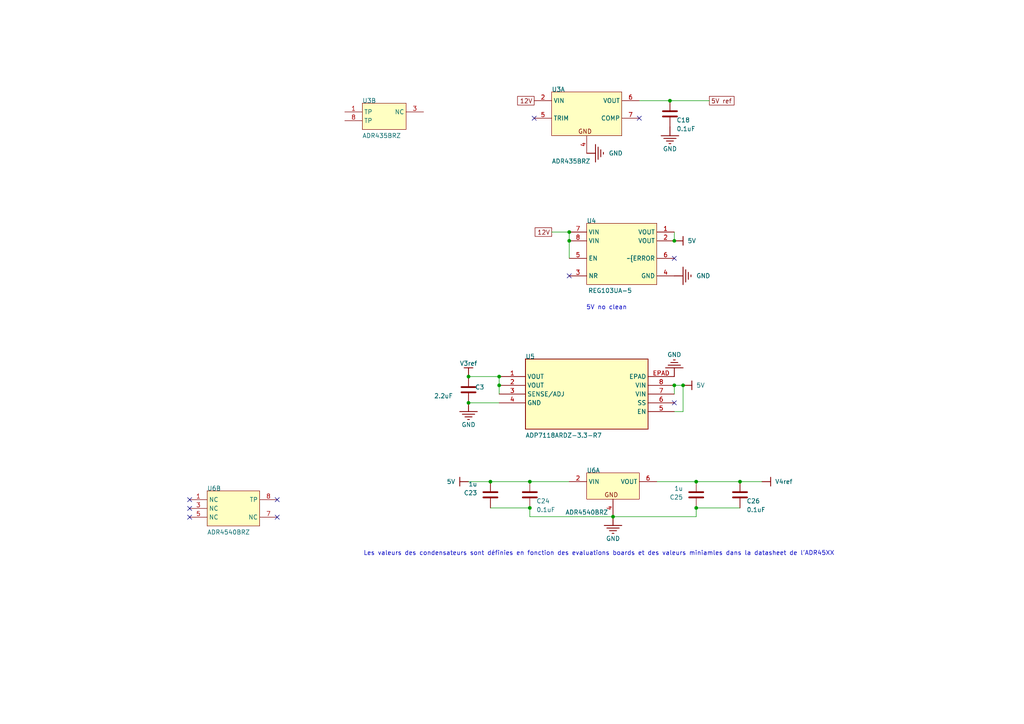
<source format=kicad_sch>
(kicad_sch (version 20211123) (generator eeschema)
  (paper "A4")
  (lib_symbols
    (symbol "Device:C" (pin_numbers hide) (pin_names (offset 0.254))
      (property "Reference" "C" (at 0.635 2.54 0))
      (property "Value" "C" (at 0.635 -2.54 0))
      (symbol "C_0_1"
        (polyline (pts (xy -2.032 -0.762) (xy 2.032 -0.762)) (stroke (width 0.508)))
        (polyline (pts (xy -2.032 0.762) (xy 2.032 0.762)) (stroke (width 0.508)))
      )
      (symbol "C_1_1"
        (pin passive line (at 0 3.81 270) (length 2.794) (name "~") (number "1"))
        (pin passive line (at 0 -3.81 90) (length 2.794) (name "~") (number "2"))
      )
    )
    (symbol "Vref-altium-import:0_CMP-0784-00192-1"
      (property "Value" "0_CMP-0784-00192-1" (at 0 0 0))
      (symbol "0_CMP-0784-00192-1_1_0"
        (rectangle (start 15.24 0) (end 0 -7.62) (fill (type background)))
        (text "GND" (at 5.08 -7.112 0) (effects (font (size 1.27 1.27)) (justify left bottom)))
        (pin power_in line (at -5.08 -2.54 0) (length 5.08) (name "VIN") (number "2"))
        (pin power_in line (at 7.62 -12.7 90) (length 5.08) (name "GND") (number "4"))
        (pin power_in line (at 20.32 -2.54 180) (length 5.08) (name "VOUT") (number "6"))
      )
      (symbol "0_CMP-0784-00192-1_2_0"
        (rectangle (start 15.24 0) (end 0 -10.16) (fill (type background)))
        (pin passive line (at -5.08 -2.54 0) (length 5.08) (name "NC") (number "1"))
        (pin passive line (at -5.08 -5.08 0) (length 5.08) (name "NC") (number "3"))
        (pin passive line (at -5.08 -7.62 0) (length 5.08) (name "NC") (number "5"))
        (pin passive line (at 20.32 -7.62 180) (length 5.08) (name "NC") (number "7"))
        (pin passive line (at 20.32 -2.54 180) (length 5.08) (name "TP") (number "8"))
      )
    )
    (symbol "Vref-altium-import:0_CMP-0784-00226-1"
      (property "Value" "0_CMP-0784-00226-1" (at 0 0 0))
      (symbol "0_CMP-0784-00226-1_1_0"
        (rectangle (start 20.32 0) (end 0 -12.7) (fill (type background)))
        (text "GND" (at 7.62 -12.192 0) (effects (font (size 1.27 1.27)) (justify left bottom)))
        (pin power_in line (at -5.08 -2.54 0) (length 5.08) (name "VIN") (number "2"))
        (pin power_in line (at 10.16 -17.78 90) (length 5.08) (name "GND") (number "4"))
        (pin input line (at -5.08 -7.62 0) (length 5.08) (name "TRIM") (number "5"))
        (pin power_in line (at 25.4 -2.54 180) (length 5.08) (name "VOUT") (number "6"))
        (pin passive line (at 25.4 -7.62 180) (length 5.08) (name "COMP") (number "7"))
      )
      (symbol "0_CMP-0784-00226-1_2_0"
        (rectangle (start 12.7 0) (end 0 -7.62) (fill (type background)))
        (pin passive line (at -5.08 -2.54 0) (length 5.08) (name "TP") (number "1"))
        (pin passive line (at 17.78 -2.54 180) (length 5.08) (name "NC") (number "3"))
        (pin passive line (at -5.08 -5.08 0) (length 5.08) (name "TP") (number "8"))
      )
    )
    (symbol "Vref-altium-import:5V" (power)
      (property "Reference" "#PWR" (at 0 0 0))
      (property "Value" "5V" (at 0 3.81 0))
      (symbol "5V_0_0"
        (polyline (pts (xy -1.27 -2.54) (xy 1.27 -2.54)) (stroke (width 0.254)))
        (polyline (pts (xy 0 0) (xy 0 -2.54)) (stroke (width 0.254)))
        (pin power_in line (at 0 0 0) (length 0) hide (name "5V") (number ""))
      )
    )
    (symbol "Vref-altium-import:GND" (power)
      (property "Reference" "#PWR" (at 0 0 0))
      (property "Value" "GND" (at 0 6.35 0))
      (symbol "GND_0_0"
        (polyline (pts (xy -2.54 -2.54) (xy 2.54 -2.54)) (stroke (width 0.254)))
        (polyline (pts (xy -1.778 -3.302) (xy 1.778 -3.302)) (stroke (width 0.254)))
        (polyline (pts (xy -1.016 -4.064) (xy 1.016 -4.064)) (stroke (width 0.254)))
        (polyline (pts (xy -0.254 -4.826) (xy 0.254 -4.826)) (stroke (width 0.254)))
        (polyline (pts (xy 0 0) (xy 0 -2.54)) (stroke (width 0.254)))
        (pin power_in line (at 0 0 0) (length 0) hide (name "GND") (number ""))
      )
    )
    (symbol "Vref-altium-import:V3ref" (power)
      (property "Reference" "#PWR" (at 0 0 0))
      (property "Value" "V3ref" (at 0 3.81 0))
      (symbol "V3ref_0_0"
        (polyline (pts (xy -1.27 -2.54) (xy 1.27 -2.54)) (stroke (width 0.254)))
        (polyline (pts (xy 0 0) (xy 0 -2.54)) (stroke (width 0.254)))
        (pin power_in line (at 0 0 0) (length 0) hide (name "V3ref") (number ""))
      )
    )
    (symbol "Vref-altium-import:V4ref" (power)
      (property "Reference" "#PWR" (at 0 0 0))
      (property "Value" "V4ref" (at 0 3.81 0))
      (symbol "V4ref_0_0"
        (polyline (pts (xy -1.27 -2.54) (xy 1.27 -2.54)) (stroke (width 0.254)))
        (polyline (pts (xy 0 0) (xy 0 -2.54)) (stroke (width 0.254)))
        (pin power_in line (at 0 0 0) (length 0) hide (name "V4ref") (number ""))
      )
    )
    (symbol "lib:ADP7118ARDZ-3.3-R7"
      (property "Value" "ADP7118ARDZ-3.3-R7" (at 24.13 -11.43 0))
      (symbol "ADP7118ARDZ-3.3-R7_1_0"
        (rectangle (start 43.18 5.08) (end 7.62 -15.24) (stroke (width 0.254)) (fill (type background)))
        (pin power_in line (at 0 0 0) (length 7.62) (name "VOUT") (number "1"))
        (pin power_in line (at 0 -2.54 0) (length 7.62) (name "VOUT") (number "2"))
        (pin passive line (at 0 -5.08 0) (length 7.62) (name "SENSE/ADJ") (number "3"))
        (pin passive line (at 0 -7.62 0) (length 7.62) (name "GND") (number "4"))
        (pin passive line (at 50.8 -10.16 180) (length 7.62) (name "EN") (number "5"))
        (pin passive line (at 50.8 -7.62 180) (length 7.62) (name "SS") (number "6"))
        (pin passive line (at 50.8 -5.08 180) (length 7.62) (name "VIN") (number "7"))
        (pin passive line (at 50.8 -2.54 180) (length 7.62) (name "VIN") (number "8"))
        (pin passive line (at 50.8 0 180) (length 7.62) (name "EPAD") (number "EPAD"))
      )
    )
    (symbol "lib:ADR435BRZ_A"
      (property "Reference" "U3" (at 0 0 0))
      (property "Value" "ADR435BRZ_A" (at 0 -20.828 0))
      (symbol "ADR435BRZ_A_1_0"
        (rectangle (start 20.32 0) (end 0 -12.7) (fill (type background)))
        (text "GND" (at 7.62 -12.192 0) (effects (font (size 1.27 1.27)) (justify left bottom)))
        (pin power_in line (at -5.08 -2.54 0) (length 5.08) (name "VIN") (number "2"))
        (pin power_in line (at 10.16 -17.78 90) (length 5.08) (name "GND") (number "4"))
        (pin input line (at -5.08 -7.62 0) (length 5.08) (name "TRIM") (number "5"))
        (pin power_in line (at 25.4 -2.54 180) (length 5.08) (name "VOUT") (number "6"))
        (pin passive line (at 25.4 -7.62 180) (length 5.08) (name "COMP") (number "7"))
      )
      (symbol "ADR435BRZ_A_2_0"
        (rectangle (start 12.7 0) (end 0 -7.62) (fill (type background)))
        (pin passive line (at -5.08 -2.54 0) (length 5.08) (name "TP") (number "1"))
        (pin passive line (at 17.78 -2.54 180) (length 5.08) (name "NC") (number "3"))
        (pin passive line (at -5.08 -5.08 0) (length 5.08) (name "TP") (number "8"))
      )
    )
    (symbol "lib:ADR4540BRZ_A"
      (property "Reference" "U6" (at 0 0 0))
      (property "Value" "ADR4540BRZ_A" (at 0 -11.43 0))
      (symbol "ADR4540BRZ_A_1_0"
        (rectangle (start 15.24 0) (end 0 -7.62) (fill (type background)))
        (text "GND" (at 5.08 -7.112 0) (effects (font (size 1.27 1.27)) (justify left bottom)))
        (pin power_in line (at -5.08 -2.54 0) (length 5.08) (name "VIN") (number "2"))
        (pin power_in line (at 7.62 -12.7 90) (length 5.08) (name "GND") (number "4"))
        (pin power_in line (at 20.32 -2.54 180) (length 5.08) (name "VOUT") (number "6"))
      )
      (symbol "ADR4540BRZ_A_2_0"
        (rectangle (start 15.24 0) (end 0 -10.16) (fill (type background)))
        (pin passive line (at -5.08 -2.54 0) (length 5.08) (name "NC") (number "1"))
        (pin passive line (at -5.08 -5.08 0) (length 5.08) (name "NC") (number "3"))
        (pin passive line (at -5.08 -7.62 0) (length 5.08) (name "NC") (number "5"))
        (pin passive line (at 20.32 -7.62 180) (length 5.08) (name "NC") (number "7"))
        (pin passive line (at 20.32 -2.54 180) (length 5.08) (name "TP") (number "8"))
      )
    )
    (symbol "lib:REG103UA-5"
      (property "Reference" "U4" (at 0 0 0))
      (property "Value" "REG103UA-5" (at 0.4 -20.24 0))
      (symbol "REG103UA-5_1_0"
        (rectangle (start 20.32 0) (end 0 -17.78) (fill (type background)))
        (pin power_in line (at 25.4 -2.54 180) (length 5.08) (name "VOUT") (number "1"))
        (pin power_in line (at 25.4 -5.08 180) (length 5.08) (name "VOUT") (number "2"))
        (pin passive line (at -5.08 -15.24 0) (length 5.08) (name "NR") (number "3"))
        (pin power_in line (at 25.4 -15.24 180) (length 5.08) (name "GND") (number "4"))
        (pin input line (at -5.08 -10.16 0) (length 5.08) (name "EN") (number "5"))
        (pin output line (at 25.4 -10.16 180) (length 5.08) (name "~{ERROR") (number "6"))
        (pin power_in line (at -5.08 -2.54 0) (length 5.08) (name "VIN") (number "7"))
        (pin power_in line (at -5.08 -5.08 0) (length 5.08) (name "VIN") (number "8"))
      )
    )
  )
  (junction (at 165.1 69.85))
  (junction (at 144.78 109.22))
  (junction (at 198.12 111.76))
  (junction (at 165.1 67.31))
  (junction (at 194.31 29.21))
  (junction (at 177.8 149.86))
  (junction (at 201.93 139.7))
  (junction (at 195.58 111.76))
  (junction (at 214.63 139.7))
  (junction (at 142.24 139.7))
  (junction (at 195.58 69.85))
  (junction (at 201.93 147.32))
  (junction (at 135.89 109.22))
  (junction (at 153.67 139.7))
  (junction (at 135.89 116.84))
  (junction (at 153.67 147.32))
  (junction (at 144.78 111.76))
  (no_connect (at 80.4 144.9272))
  (no_connect (at 195.58 74.93))
  (no_connect (at 80.4 150.0072))
  (no_connect (at 195.58 116.84))
  (no_connect (at 55 144.9272))
  (no_connect (at 55 150.0072))
  (no_connect (at 154.94 34.29))
  (no_connect (at 55 147.4672))
  (no_connect (at 185.42 34.29))
  (no_connect (at 165.1 80.01))
  (wire (pts (xy 185.42 29.21) (xy 194.31 29.21)))
  (wire (pts (xy 135.89 139.7) (xy 142.24 139.7)))
  (wire (pts (xy 153.67 147.32) (xy 153.67 149.86)))
  (wire (pts (xy 144.78 111.76) (xy 144.78 114.3)))
  (wire (pts (xy 153.67 149.86) (xy 177.8 149.86)))
  (wire (pts (xy 201.93 147.32) (xy 201.93 149.86)))
  (wire (pts (xy 165.1 67.31) (xy 165.1 69.85)))
  (wire (pts (xy 177.8 149.86) (xy 201.93 149.86)))
  (wire (pts (xy 165.1 69.85) (xy 165.1 74.93)))
  (wire (pts (xy 142.24 139.7) (xy 153.67 139.7)))
  (wire (pts (xy 214.63 139.7) (xy 220.98 139.7)))
  (wire (pts (xy 195.58 111.76) (xy 195.58 114.3)))
  (wire (pts (xy 144.78 109.22) (xy 144.78 111.76)))
  (wire (pts (xy 201.93 139.7) (xy 214.63 139.7)))
  (wire (pts (xy 201.93 147.32) (xy 214.63 147.32)))
  (wire (pts (xy 135.89 109.22) (xy 144.78 109.22)))
  (wire (pts (xy 135.89 116.84) (xy 144.78 116.84)))
  (wire (pts (xy 160.02 67.31) (xy 165.1 67.31)))
  (wire (pts (xy 190.5 139.7) (xy 201.93 139.7)))
  (wire (pts (xy 153.67 139.7) (xy 165.1 139.7)))
  (wire (pts (xy 195.58 67.31) (xy 195.58 69.85)))
  (wire (pts (xy 195.58 119.38) (xy 198.12 119.38)))
  (wire (pts (xy 195.58 111.76) (xy 198.12 111.76)))
  (wire (pts (xy 198.12 119.38) (xy 198.12 111.76)))
  (wire (pts (xy 194.31 29.21) (xy 205.74 29.21)))
  (wire (pts (xy 142.24 147.32) (xy 153.67 147.32)))
  (text "Les valeurs des condensateurs sont définies en fonction des evaluations boards et des valeurs miniamles dans la datasheet de l'ADR45XX" (at 105.41 161.29 0) (effects (font (size 1.27 1.27)) (justify left bottom)))
  (text "5V no clean" (at 170 90.0072 180) (effects (font (size 1.27 1.27)) (justify left bottom)))
  (global_label "12V" (shape passive) (at 160.02 67.31 180) (property "Intersheet References" "${INTERSHEET_REFS}" (effects hide)))
  (global_label "5V ref" (shape passive) (at 205.74 29.21 0) (property "Intersheet References" "${INTERSHEET_REFS}" (effects hide)))
  (global_label "12V" (shape passive) (at 154.94 29.21 180) (property "Intersheet References" "${INTERSHEET_REFS}" (effects hide)))
  (symbol (lib_id "Vref-altium-import:GND") (at 194.31 36.83 0) (unit 1)
    (property "Reference" "#PWR?" (effects hide))
    (property "Value" "GND" (at 194.31 43.18 0))
  )
  (symbol (lib_id "Vref-altium-import:GND") (at 195.58 109.22 180) (unit 1)
    (property "Reference" "#PWR?" (effects hide))
    (property "Value" "GND" (at 195.58 102.87 0))
  )
  (symbol (lib_id "Vref-altium-import:V4ref") (at 220.98 139.7 90) (unit 1)
    (property "Reference" "#PWR?" (effects hide))
    (property "Value" "V4ref" (at 224.79 139.7 90) (effects (justify right)))
  )
  (symbol (lib_id "lib:ADR4540BRZ_A") (at 170.18 137.16 0) (unit 1)
    (property "Reference" "U6" (at 170.18 137.16 0) (effects (justify left bottom)))
    (property "Value" "ADR4540BRZ" (at 170.18 148.59 0))
    (property "Footprint" "ADI-R-8_M" (effects hide))
    (property "COMPONENTLINK4URL" "Product URL:http://www.analog.com/en/special-linear-functions/voltage-references/adr4540/products/product.html" (effects hide))
    (property "MOUNTING TECHNOLOGY" "Surface Mount" (effects hide))
    (property "COMPONENTLINK1DESCRIPTION" "Manufacturer URL" (effects hide))
    (property "PACKAGEDESCRIPTION" "8-Pin Standard Small Outline Package, Body 4.9 x 3.9 mm, Pitch 1.27 mm" (effects hide))
    (property "MAX V SUPPLY (V)" "15" (effects hide))
    (property "COMPONENTLINK2URL" "http://www.analog.com/static/imported-files/data_sheets/ADR4520_4525_4530_4533_4540_4550.pdf" (effects hide))
    (property "COMPONENTLINK1URL" "http://www.analog.com/en/index.html" (effects hide))
    (property "MIN V SUPPLY (V)" "3" (effects hide))
    (property "DATASHEETVERSION" "Rev. 0" (effects hide))
    (property "COMPONENTLINK4DESCRIPTION" "URL Link1" (effects hide))
    (property "OPERATING TEMP RANGE" "-40 to 125 degC" (effects hide))
    (property "PARTNUMBER" "ADR4540BRZ" (effects hide))
    (property "COMPONENTLINK2DESCRIPTION" "Datasheet" (effects hide))
    (property "COMPONENTLINK3URL" "http://www.analog.com/static/imported-files/packages/PKG_PDF/SOIC_Narrow%20(R)/R_8.pdf" (effects hide))
    (property "COMPONENTLINK3DESCRIPTION" "Package Specification" (effects hide))
    (property "MANUFACTURER" "Analog Devices" (effects hide))
    (property "PACKAGEVERSION" "060506-A, 06/2006" (effects hide))
    (property "VOUT" "4.096V" (effects hide))
    (property "PACKING" "Tube" (effects hide))
    (property "PACKAGEREFERENCE" "R-8" (effects hide))
    (property "REF OUT TC (PPM/C)" "2" (effects hide))
    (property "CODE_JEDEC" "MS-012-AA" (effects hide))
    (property "COMPONENT TYPE" "Standard" (effects hide))
    (property "DESIGN ITEM ID" "CMP-0784-00192-1" (effects hide))
    (property "MANUFACTURER PART NUMBER" "ADR4540BRZ" (effects hide))
    (property "PIN COUNT" "8" (effects hide))
    (property "SOURCE" "workerBoard.SCHLIB" (effects hide))
  )
  (symbol (lib_id "Vref-altium-import:GND") (at 135.89 116.84 0) (unit 1)
    (property "Reference" "#PWR?" (effects hide))
    (property "Value" "GND" (at 135.89 123.19 0))
  )
  (symbol (lib_id "Device:C") (at 153.67 143.51 0) (unit 1)
    (property "Reference" "C24" (at 155.575 146.05 0) (effects (justify left bottom)))
    (property "Value" "0.1uF" (at 155.575 148.59 0) (effects (justify left bottom)))
    (property "Footprint" "CAPC1608X90N" (effects hide))
    (property "PRICE" "None" (effects hide))
    (property "AVAILABILITY" "Unavailable" (effects hide))
    (property "ALTIUM_VALUE" "*" (effects hide))
    (property "MP" "06033D104KAT2A" (effects hide))
    (property "PACKAGE" "None" (effects hide))
    (property "MF" "{'manufacturer': u'AVX'}" (effects hide))
    (property "COMPONENT TYPE" "Standard" (effects hide))
    (property "DESIGN ITEM ID" "06033D104KAT2A" (effects hide))
    (property "PIN COUNT" "2" (effects hide))
    (property "SOURCE" "workerBoard.SCHLIB" (effects hide))
  )
  (symbol (lib_id "Vref-altium-import:0_CMP-0784-00226-1") (at 105.08 29.9272 0) (unit 2)
    (property "Reference" "U3" (at 105.08 29.9272 0) (effects (justify left bottom)))
    (property "Value" "ADR435BRZ" (at 105.08 40.0872 0) (effects (justify left bottom)))
    (property "Footprint" "ADI-R-8_M" (effects hide))
    (property "COMPONENTLINK4DESCRIPTION" "URL Link1" (effects hide))
    (property "COMPONENTLINK3DESCRIPTION" "Package Specification" (effects hide))
    (property "MAX V SUPPLY (V)" "18" (effects hide))
    (property "MOUNTING TECHNOLOGY" "Surface Mount" (effects hide))
    (property "DATASHEETVERSION" "Rev. J" (effects hide))
    (property "VOUT" "5V" (effects hide))
    (property "PACKAGEDESCRIPTION" "8-Pin Standard Small Outline Package, Body 4.9 x 3.9 mm, Pitch 1.27 mm" (effects hide))
    (property "PACKING" "Tube" (effects hide))
    (property "PACKAGEVERSION" "060506-A, 06/2006" (effects hide))
    (property "PACKAGEREFERENCE" "R-8" (effects hide))
    (property "COMPONENTLINK2DESCRIPTION" "Datasheet" (effects hide))
    (property "REF OUT TC (PPM/C)" "1" (effects hide))
    (property "PARTNUMBER" "ADR435BRZ" (effects hide))
    (property "COMPONENTLINK3URL" "http://www.analog.com/static/imported-files/packages/PKG_PDF/SOIC_Narrow%20(R)/R_8.pdf" (effects hide))
    (property "MANUFACTURER" "Analog Devices" (effects hide))
    (property "MIN V SUPPLY (V)" "7" (effects hide))
    (property "COMPONENTLINK1DESCRIPTION" "Manufacturer URL" (effects hide))
    (property "COMPONENTLINK2URL" "http://www.analog.com/static/imported-files/data_sheets/ADR430_431_433_434_435_439.pdf" (effects hide))
    (property "OPERATING TEMP RANGE" "-40 to 125 degC" (effects hide))
    (property "CODE_JEDEC" "MS-012-AA" (effects hide))
    (property "COMPONENTLINK4URL" "Product URL:http://www.analog.com/en/special-linear-functions/voltage-references/adr435/products/product.html" (effects hide))
    (property "COMPONENTLINK1URL" "http://www.analog.com/en/index.html" (effects hide))
    (property "COMPONENT TYPE" "Standard" (effects hide))
    (property "DESIGN ITEM ID" "CMP-0784-00226-1" (effects hide))
    (property "MANUFACTURER PART NUMBER" "ADR435BRZ" (effects hide))
    (property "PIN COUNT" "8" (effects hide))
    (property "SOURCE" "workerBoard.SCHLIB" (effects hide))
  )
  (symbol (lib_id "lib:ADP7118ARDZ-3.3-R7") (at 144.78 109.22 0) (unit 1)
    (property "Reference" "U5" (at 152.4 104.14 0) (effects (justify left bottom)))
    (property "Value" "ADP7118ARDZ-3.3-R7" (at 152.4 127 0) (effects (justify left bottom)))
    (property "Footprint" "SOIC_08_EP_3P9X4P9_ADI" (effects hide))
    (property "COPYRIGHT" "Copyright (C) 2021 Ultra Librarian. All rights reserved." (effects hide))
    (property "MFR_NAME" "Analog Devices Inc" (effects hide))
    (property "MANUFACTURER_PART_NUMBER" "ADP7118ARDZ-3.3-R7" (effects hide))
    (property "REFDES" "RefDes" (effects hide))
    (property "TYPE" "DEV" (effects hide))
    (property "COMPONENT TYPE" "Standard" (effects hide))
    (property "DESIGN ITEM ID" "ADP7118ARDZ-3.3-R7" (effects hide))
    (property "PIN COUNT" "9" (effects hide))
    (property "SOURCE" "workerBoard.SCHLIB" (effects hide))
  )
  (symbol (lib_id "Device:C") (at 142.24 143.51 180) (unit 1)
    (property "Reference" "C23" (at 138.43 142.24 0) (effects (justify left bottom)))
    (property "Value" "1u" (at 138.43 139.7 0) (effects (justify left bottom)))
    (property "Footprint" "CAPC1608X90N" (effects hide))
    (property "DATASHEET LINK" "https://componentsearchengine.com/Datasheets/1/06031A100FAT2A.pdf" (effects hide))
    (property "HEIGHT" "0.9mm" (effects hide))
    (property "MANUFACTURER_NAME" "AVX" (effects hide))
    (property "MANUFACTURER_PART_NUMBER" "0603YC105MAT4A" (effects hide))
    (property "COMPONENT TYPE" "Standard" (effects hide))
    (property "DESIGN ITEM ID" "0603YC105MAT4A" (effects hide))
    (property "PIN COUNT" "2" (effects hide))
    (property "SOURCE" "workerBoard.SCHLIB" (effects hide))
  )
  (symbol (lib_id "Vref-altium-import:GND") (at 170.18 44.45 90) (unit 1)
    (property "Reference" "#PWR?" (effects hide))
    (property "Value" "GND" (at 176.53 44.45 90) (effects (justify right)))
  )
  (symbol (lib_id "Vref-altium-import:5V") (at 135.89 139.7 270) (unit 1)
    (property "Reference" "#PWR?" (effects hide))
    (property "Value" "5V" (at 132.08 139.7 90) (effects (justify right)))
  )
  (symbol (lib_id "Vref-altium-import:GND") (at 177.8 149.86 0) (unit 1)
    (property "Reference" "#PWR?" (effects hide))
    (property "Value" "GND" (at 177.8 156.21 0))
  )
  (symbol (lib_id "Vref-altium-import:V3ref") (at 135.89 109.22 180) (unit 1)
    (property "Reference" "#PWR?" (effects hide))
    (property "Value" "V3ref" (at 135.89 105.41 0))
  )
  (symbol (lib_id "Device:C") (at 194.31 33.02 0) (unit 1)
    (property "Reference" "C18" (at 196.215 35.56 0) (effects (justify left bottom)))
    (property "Value" "0.1uF" (at 196.215 38.1 0) (effects (justify left bottom)))
    (property "Footprint" "CAPC1608X90N" (effects hide))
    (property "PRICE" "None" (effects hide))
    (property "AVAILABILITY" "Unavailable" (effects hide))
    (property "ALTIUM_VALUE" "*" (effects hide))
    (property "MP" "06033D104KAT2A" (effects hide))
    (property "PACKAGE" "None" (effects hide))
    (property "MF" "{'manufacturer': u'AVX'}" (effects hide))
    (property "COMPONENT TYPE" "Standard" (effects hide))
    (property "DESIGN ITEM ID" "06033D104KAT2A" (effects hide))
    (property "PIN COUNT" "2" (effects hide))
    (property "SOURCE" "workerBoard.SCHLIB" (effects hide))
  )
  (symbol (lib_id "Device:C") (at 201.93 143.51 180) (unit 1)
    (property "Reference" "C25" (at 198.12 143.51 0) (effects (justify left bottom)))
    (property "Value" "1u" (at 198.12 140.97 0) (effects (justify left bottom)))
    (property "Footprint" "CAPC1608X90N" (effects hide))
    (property "DATASHEET LINK" "https://componentsearchengine.com/Datasheets/1/06031A100FAT2A.pdf" (effects hide))
    (property "HEIGHT" "0.9mm" (effects hide))
    (property "MANUFACTURER_NAME" "AVX" (effects hide))
    (property "MANUFACTURER_PART_NUMBER" "0603YC105MAT4A" (effects hide))
    (property "COMPONENT TYPE" "Standard" (effects hide))
    (property "DESIGN ITEM ID" "0603YC105MAT4A" (effects hide))
    (property "PIN COUNT" "2" (effects hide))
    (property "SOURCE" "workerBoard.SCHLIB" (effects hide))
  )
  (symbol (lib_id "Vref-altium-import:5V") (at 195.58 69.85 90) (unit 1)
    (property "Reference" "#PWR?" (effects hide))
    (property "Value" "5V" (at 199.39 69.85 90) (effects (justify right)))
  )
  (symbol (lib_id "Device:C") (at 135.89 113.03 0) (unit 1)
    (property "Reference" "C3" (at 137.795 113.03 0) (effects (justify left bottom)))
    (property "Value" "2.2uF" (at 125.89 115.57 0) (effects (justify left bottom)))
    (property "Footprint" "CAPC1608X90" (effects hide))
    (property "PACKAGE" "None" (effects hide))
    (property "AVAILABILITY" "Unavailable" (effects hide))
    (property "ALTIUM_VALUE" "*" (effects hide))
    (property "MP" "F981C225MMA" (effects hide))
    (property "PRICE" "None" (effects hide))
    (property "MF" "{'manufacturer': u'AVX'}" (effects hide))
    (property "COMPONENT TYPE" "Standard" (effects hide))
    (property "DESIGN ITEM ID" "F981C225MMA" (effects hide))
    (property "PIN COUNT" "2" (effects hide))
    (property "SOURCE" "workerBoard.SCHLIB" (effects hide))
  )
  (symbol (lib_id "lib:REG103UA-5") (at 170.18 64.77 0) (unit 1)
    (property "Reference" "U4" (at 170.18 64.77 0) (effects (justify left bottom)))
    (property "Value" "REG103UA-5" (at 170.58 85.01 0) (effects (justify left bottom)))
    (property "Footprint" "D0008A_M" (effects hide))
    (property "VDO(TYP)(MV)" "160" (effects hide))
    (property "MOUNTING TECHNOLOGY" "Surface Mount" (effects hide))
    (property "ACCURACY(%)" "2" (effects hide))
    (property "IQ(TYP)(MA)" "0.5" (effects hide))
    (property "COMPONENTLINK1URL" "http://www.ti.com/" (effects hide))
    (property "PACKAGEREFERENCE" "D0008A" (effects hide))
    (property "COMPONENTLINK1DESCRIPTION" "Manufacturer URL" (effects hide))
    (property "ECO-PLAN" "Green (RoHS & no Sb/Br)" (effects hide))
    (property "PACKAGEVERSION" "4040047-3/M" (effects hide))
    (property "PARTNUMBER" "REG103UA-5" (effects hide))
    (property "VIN(MAX)(V)" "15" (effects hide))
    (property "POWER GOOD" "TRUE" (effects hide))
    (property "CODE_JEDEC" "MS-012" (effects hide))
    (property "DATASHEETVERSION" "SBVS010D" (effects hide))
    (property "SUBFAMILY" "Single Channel LDO" (effects hide))
    (property "VOUT ADJ(MAX)(V)" "5" (effects hide))
    (property "COMPONENTLINK2DESCRIPTION" "Datasheet" (effects hide))
    (property "PACKAGEDESCRIPTION" "8-Pin Plastic Small Outline, Body 4.9 x 3.9 mm, Pitch 1.27 mm" (effects hide))
    (property "COMPONENTLINK2URL" "http://www.ti.com/general/docs/lit/getliterature.tsp?genericPartNumber=REG103-5&fileType=pdf" (effects hide))
    (property "COMPONENTLINK3URL" "http://www.ti.com/litv/pdf/msoi002j" (effects hide))
    (property "MANUFACTURER" "Texas Instruments" (effects hide))
    (property "FIXED OUTPUT OPTIONS(V)" "5" (effects hide))
    (property "IOUT(MAX)(A)" "0.5" (effects hide))
    (property "VOUT ADJ(MIN)(V)" "5" (effects hide))
    (property "COMPONENTLINK3DESCRIPTION" "Package Specification" (effects hide))
    (property "VIN(MIN)(V)" "2.1" (effects hide))
    (property "COMPONENT TYPE" "Standard" (effects hide))
    (property "DESIGN ITEM ID" "CMP-0395-00135-2" (effects hide))
    (property "MANUFACTURER PART NUMBER" "REG103UA-5" (effects hide))
    (property "PIN COUNT" "8" (effects hide))
    (property "SOURCE" "workerBoard.SCHLIB" (effects hide))
  )
  (symbol (lib_id "lib:ADR435BRZ_A") (at 160.02 26.67 0) (unit 1)
    (property "Reference" "U3" (at 160.02 26.67 0) (effects (justify left bottom)))
    (property "Value" "ADR435BRZ" (at 160.02 47.498 0) (effects (justify left bottom)))
    (property "Footprint" "ADI-R-8_M" (effects hide))
    (property "COMPONENTLINK4DESCRIPTION" "URL Link1" (effects hide))
    (property "COMPONENTLINK3DESCRIPTION" "Package Specification" (effects hide))
    (property "MAX V SUPPLY (V)" "18" (effects hide))
    (property "MOUNTING TECHNOLOGY" "Surface Mount" (effects hide))
    (property "DATASHEETVERSION" "Rev. J" (effects hide))
    (property "VOUT" "5V" (effects hide))
    (property "PACKAGEDESCRIPTION" "8-Pin Standard Small Outline Package, Body 4.9 x 3.9 mm, Pitch 1.27 mm" (effects hide))
    (property "PACKING" "Tube" (effects hide))
    (property "PACKAGEVERSION" "060506-A, 06/2006" (effects hide))
    (property "PACKAGEREFERENCE" "R-8" (effects hide))
    (property "COMPONENTLINK2DESCRIPTION" "Datasheet" (effects hide))
    (property "REF OUT TC (PPM/C)" "1" (effects hide))
    (property "PARTNUMBER" "ADR435BRZ" (effects hide))
    (property "COMPONENTLINK3URL" "http://www.analog.com/static/imported-files/packages/PKG_PDF/SOIC_Narrow%20(R)/R_8.pdf" (effects hide))
    (property "MANUFACTURER" "Analog Devices" (effects hide))
    (property "MIN V SUPPLY (V)" "7" (effects hide))
    (property "COMPONENTLINK1DESCRIPTION" "Manufacturer URL" (effects hide))
    (property "COMPONENTLINK2URL" "http://www.analog.com/static/imported-files/data_sheets/ADR430_431_433_434_435_439.pdf" (effects hide))
    (property "OPERATING TEMP RANGE" "-40 to 125 degC" (effects hide))
    (property "CODE_JEDEC" "MS-012-AA" (effects hide))
    (property "COMPONENTLINK4URL" "Product URL:http://www.analog.com/en/special-linear-functions/voltage-references/adr435/products/product.html" (effects hide))
    (property "COMPONENTLINK1URL" "http://www.analog.com/en/index.html" (effects hide))
    (property "COMPONENT TYPE" "Standard" (effects hide))
    (property "DESIGN ITEM ID" "CMP-0784-00226-1" (effects hide))
    (property "MANUFACTURER PART NUMBER" "ADR435BRZ" (effects hide))
    (property "PIN COUNT" "8" (effects hide))
    (property "SOURCE" "workerBoard.SCHLIB" (effects hide))
  )
  (symbol (lib_id "Vref-altium-import:5V") (at 198.12 111.76 90) (unit 1)
    (property "Reference" "#PWR?" (effects hide))
    (property "Value" "5V" (at 201.93 111.76 90) (effects (justify right)))
  )
  (symbol (lib_id "Device:C") (at 214.63 143.51 0) (unit 1)
    (property "Reference" "C26" (at 216.535 146.05 0) (effects (justify left bottom)))
    (property "Value" "0.1uF" (at 216.535 148.59 0) (effects (justify left bottom)))
    (property "Footprint" "CAPC1608X90N" (effects hide))
    (property "PRICE" "None" (effects hide))
    (property "AVAILABILITY" "Unavailable" (effects hide))
    (property "ALTIUM_VALUE" "*" (effects hide))
    (property "MP" "06033D104KAT2A" (effects hide))
    (property "PACKAGE" "None" (effects hide))
    (property "MF" "{'manufacturer': u'AVX'}" (effects hide))
    (property "COMPONENT TYPE" "Standard" (effects hide))
    (property "DESIGN ITEM ID" "06033D104KAT2A" (effects hide))
    (property "PIN COUNT" "2" (effects hide))
    (property "SOURCE" "workerBoard.SCHLIB" (effects hide))
  )
  (symbol (lib_id "Vref-altium-import:GND") (at 195.58 80.01 90) (unit 1)
    (property "Reference" "#PWR?" (effects hide))
    (property "Value" "GND" (at 201.93 80.01 90) (effects (justify right)))
  )
  (symbol (lib_id "Vref-altium-import:0_CMP-0784-00192-1") (at 60.08 142.3872 0) (unit 2)
    (property "Reference" "U6" (at 60.08 142.3872 0) (effects (justify left bottom)))
    (property "Value" "ADR4540BRZ" (at 60.08 155.0872 0) (effects (justify left bottom)))
    (property "Footprint" "ADI-R-8_M" (effects hide))
    (property "COMPONENTLINK4URL" "Product URL:http://www.analog.com/en/special-linear-functions/voltage-references/adr4540/products/product.html" (effects hide))
    (property "MOUNTING TECHNOLOGY" "Surface Mount" (effects hide))
    (property "COMPONENTLINK1DESCRIPTION" "Manufacturer URL" (effects hide))
    (property "PACKAGEDESCRIPTION" "8-Pin Standard Small Outline Package, Body 4.9 x 3.9 mm, Pitch 1.27 mm" (effects hide))
    (property "MAX V SUPPLY (V)" "15" (effects hide))
    (property "COMPONENTLINK2URL" "http://www.analog.com/static/imported-files/data_sheets/ADR4520_4525_4530_4533_4540_4550.pdf" (effects hide))
    (property "COMPONENTLINK1URL" "http://www.analog.com/en/index.html" (effects hide))
    (property "MIN V SUPPLY (V)" "3" (effects hide))
    (property "DATASHEETVERSION" "Rev. 0" (effects hide))
    (property "COMPONENTLINK4DESCRIPTION" "URL Link1" (effects hide))
    (property "OPERATING TEMP RANGE" "-40 to 125 degC" (effects hide))
    (property "PARTNUMBER" "ADR4540BRZ" (effects hide))
    (property "COMPONENTLINK2DESCRIPTION" "Datasheet" (effects hide))
    (property "COMPONENTLINK3URL" "http://www.analog.com/static/imported-files/packages/PKG_PDF/SOIC_Narrow%20(R)/R_8.pdf" (effects hide))
    (property "COMPONENTLINK3DESCRIPTION" "Package Specification" (effects hide))
    (property "MANUFACTURER" "Analog Devices" (effects hide))
    (property "PACKAGEVERSION" "060506-A, 06/2006" (effects hide))
    (property "VOUT" "4.096V" (effects hide))
    (property "PACKING" "Tube" (effects hide))
    (property "PACKAGEREFERENCE" "R-8" (effects hide))
    (property "REF OUT TC (PPM/C)" "2" (effects hide))
    (property "CODE_JEDEC" "MS-012-AA" (effects hide))
    (property "COMPONENT TYPE" "Standard" (effects hide))
    (property "DESIGN ITEM ID" "CMP-0784-00192-1" (effects hide))
    (property "MANUFACTURER PART NUMBER" "ADR4540BRZ" (effects hide))
    (property "PIN COUNT" "8" (effects hide))
    (property "SOURCE" "workerBoard.SCHLIB" (effects hide))
  )
)
</source>
